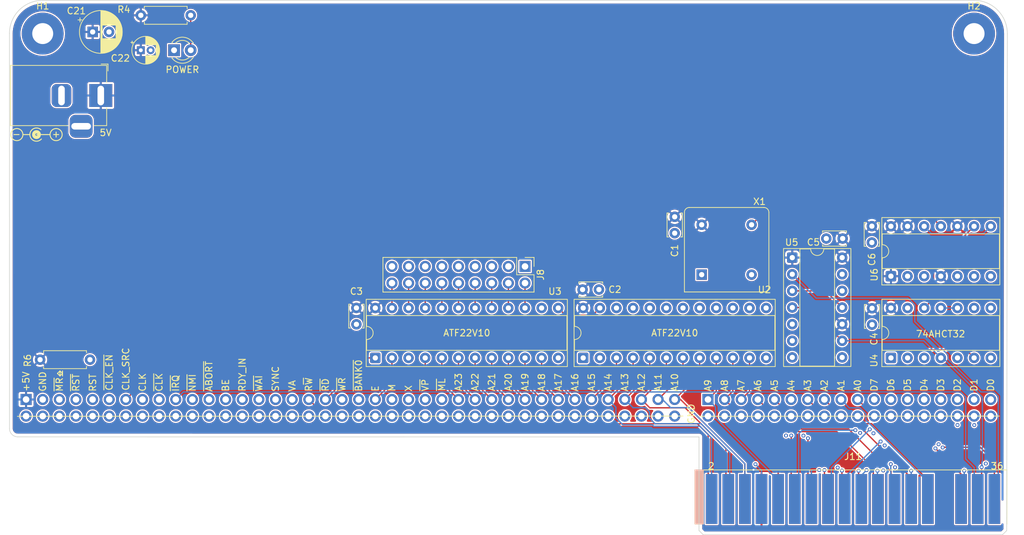
<source format=kicad_pcb>
(kicad_pcb (version 20241229) (generator "pcbnew") (generator_version "9.0")
  (title_block (title "65C816 Breakout Board") (date "2022-08-31") (rev "A.27") (comment 2 "https://github.com/adrienkohlbecker/BB816/tree/main/hardware/breakout") (comment 3 "Licensed under CERN-OHL-W v2") (comment 4 "Copyright © 2022 Adrien Kohlbecker"))
  (layers (0 "F.Cu" signal) (4 "In1.Cu" power) (6 "In2.Cu" power) (8 "In3.Cu" signal) (10 "In4.Cu" signal) (2 "B.Cu" signal) (13 "F.Paste" user) (15 "B.Paste" user) (5 "F.SilkS" user "F.Silkscreen") (7 "B.SilkS" user "B.Silkscreen") (1 "F.Mask" user) (3 "B.Mask" user) (25 "Edge.Cuts" user))
  (net 0 "")
  (net 1 "VCC")
  (net 2 "GND")
  (net 4 "Net-(D1-A)")
  (net 7 "/R~{W}")
  (net 8 "/CLK_SRC")
  (net 11 "/~{BANK0}")
  (net 12 "/~{NMI}")
  (net 17 "/E")
  (net 20 "/~{CLK_EN}")
  (net 21 "/A19")
  (net 23 "/A18")
  (net 24 "/A16")
  (net 25 "/A20")
  (net 26 "/A23")
  (net 27 "/A22")
  (net 28 "/A17")
  (net 29 "/A21")
  (net 30 "/~{RAM_6}")
  (net 31 "/A15")
  (net 32 "/A14")
  (net 33 "/A13")
  (net 34 "/A12")
  (net 35 "/A11")
  (net 36 "/A10")
  (net 37 "/A9")
  (net 38 "/A8")
  (net 39 "/A7")
  (net 40 "/A6")
  (net 41 "/A5")
  (net 42 "/A4")
  (net 43 "/A3")
  (net 44 "/A2")
  (net 45 "/A1")
  (net 46 "/A0")
  (net 47 "/D7")
  (net 48 "/D6")
  (net 49 "/D5")
  (net 50 "/D4")
  (net 51 "/D3")
  (net 52 "/D2")
  (net 53 "/D1")
  (net 54 "/D0")
  (net 55 "/~{RD}")
  (net 56 "/~{RAM_0}")
  (net 57 "/~{RAM_2}")
  (net 58 "/~{RAM_4}")
  (net 59 "/~{RAM_5}")
  (net 61 "/~{RAM_7}")
  (net 62 "/~{IRQ}")
  (net 63 "/~{VP}")
  (net 65 "/~{RAM_OE}")
  (net 66 "/~{RAM_1}")
  (net 67 "/~{RAM_3}")
  (net 68 "/~{WR}")
  (net 77 "/8MHz")
  (net 78 "Net-(U4-Pad10)")
  (net 80 "/DCLK")
  (net 81 "/~{RDYRESET}")
  (net 84 "/16MHz")
  (net 86 "/~{IOREADY}")
  (net 87 "/IOWAIT")
  (net 88 "/~{RESET}")
  (net 89 "/IO_AREA")
  (net 93 "Net-(U6B-D)")
  (footprint "Resistor_THT:R_Axial_DIN0207_L6.3mm_D2.5mm_P7.62mm_Horizontal" (layer "F.Cu") (at 30.08 120.92)
    (property "Reference" "R6")
    (property "Value" "3.3k" (hide yes))
  )
  (footprint "Resistor_THT:R_Axial_DIN0207_L6.3mm_D2.5mm_P7.62mm_Horizontal" (layer "F.Cu") (at 53.081 68.326 180)
    (property "Reference" "R4")
    (property "Value" "1k" (hide yes))
  )
  (footprint "MountingHole:MountingHole_3.2mm_M3_Pad" (layer "F.Cu") (at 30.48 71.12)
    (property "Reference" "H1")
    (property "Value" "MountingHole_Pad" (hide yes))
  )
  (footprint "Capacitor_THT:C_Disc_D3.4mm_W2.1mm_P2.50mm" (layer "F.Cu") (at 127 99.1 -90)
    (property "Reference" "C1")
    (property "Value" "100nF" (hide yes))
  )
  (footprint "Package_DIP:DIP-24_W7.62mm_Socket" (layer "F.Cu") (at 81.275 120.65 90)
    (property "Reference" "U3")
    (property "Value" "ATF22V10")
  )
  (footprint "Oscillator:Oscillator_DIP-8" (layer "F.Cu") (at 131.12 107.935)
    (property "Reference" "X1")
    (property "Value" "16MHz")
  )
  (footprint "Package_DIP:DIP-14_W7.62mm_Socket" (layer "F.Cu") (at 144.955 105.335)
    (property "Reference" "U5")
    (property "Value" "74HC74")
  )
  (footprint "Capacitor_THT:CP_Radial_D4.0mm_P1.50mm" (layer "F.Cu") (at 45.461 73.66)
    (property "Reference" "C22")
    (property "Value" "10u" (hide yes))
  )
  (footprint "PCB_Edge_Connectors:PCB_Edge_36pin" (layer "F.Cu") (at 154.23 136.485)
    (property "Reference" "J11")
    (property "Value" "Conn_02x18_Odd_Even" (hide yes))
  )
  (footprint "Package_DIP:DIP-14_W7.62mm_Socket" (layer "F.Cu") (at 160.02 108.17 90)
    (property "Reference" "U6")
    (property "Value" "74HC74")
  )
  (footprint "Capacitor_THT:C_Disc_D3.4mm_W2.1mm_P2.50mm" (layer "F.Cu") (at 112.93 110.21)
    (property "Reference" "C2")
    (property "Value" "100nF" (hide yes))
  )
  (footprint "Capacitor_THT:C_Disc_D3.4mm_W2.1mm_P2.50mm" (layer "F.Cu") (at 78.39 113.02 -90)
    (property "Reference" "C3")
    (property "Value" "100nF" (hide yes))
  )
  (footprint "Capacitor_THT:C_Disc_D3.4mm_W2.1mm_P2.50mm" (layer "F.Cu") (at 157.11 100.53 -90)
    (property "Reference" "C6")
    (property "Value" "100nF" (hide yes))
  )
  (footprint "Symbol:Symbol_Barrel_Polarity" (layer "F.Cu") (at 29.53 86.47)
    (property "Reference" "REF**" (hide yes))
    (property "Value" "Symbol_Barrel_Polarity" (hide yes))
  )
  (footprint "Capacitor_THT:C_Disc_D3.4mm_W2.1mm_P2.50mm" (layer "F.Cu") (at 152.65 102.42 180)
    (property "Reference" "C5")
    (property "Value" "100nF" (hide yes))
  )
  (footprint "LED_THT:LED_D3.0mm" (layer "F.Cu") (at 50.541 73.66)
    (property "Reference" "D1" (hide yes))
    (property "Value" "POWER")
  )
  (footprint "Capacitor_THT:CP_Radial_D6.3mm_P2.50mm" (layer "F.Cu") (at 38.111 70.866)
    (property "Reference" "C21")
    (property "Value" "220u" (hide yes))
  )
  (footprint "Connector_BarrelJack:BarrelJack_Horizontal" (layer "F.Cu") (at 39.3502 80.5765)
    (property "Reference" "J1" (hide yes))
    (property "Value" "Barrel_Jack_Switch" (hide yes))
  )
  (footprint "Capacitor_THT:C_Disc_D3.4mm_W2.1mm_P2.50mm" (layer "F.Cu") (at 157.14 113.07 -90)
    (property "Reference" "C4")
    (property "Value" "100nF" (hide yes))
  )
  (footprint "Package_DIP:DIP-24_W7.62mm_Socket" (layer "F.Cu") (at 113.025 120.65 90)
    (property "Reference" "U2")
    (property "Value" "ATF22V10")
  )
  (footprint "MountingHole:MountingHole_3.2mm_M3_Pad" (layer "F.Cu") (at 172.72 71.12)
    (property "Reference" "H2")
    (property "Value" "MountingHole_Pad")
  )
  (footprint "Connector_PinHeader_2.54mm:PinHeader_2x09_P2.54mm_Vertical" (layer "F.Cu") (at 104.14 106.68 -90)
    (property "Reference" "J8")
    (property "Value" "RAM Select")
  )
  (footprint "Package_DIP:DIP-14_W7.62mm_Socket" (layer "F.Cu") (at 160.025 120.65 90)
    (property "Reference" "U4")
    (property "Value" "74AHCT32")
  )
  (footprint "Connector_PinHeader_2.54mm:PinHeader_2x18_P2.54mm_Vertical" (layer "B.Cu") (at 132.08 127 -90)
    (property "Reference" "J3" (hide yes))
    (property "Value" "Conn_02x18_Odd_Even" (hide yes))
  )
  (footprint "Connector_PinHeader_2.54mm:PinHeader_2x40_P2.54mm_Vertical" (layer "B.Cu") (at 27.94 127 -90)
    (property "Reference" "J2" (hide yes))
    (property "Value" "Conn_02x40_Odd_Even" (hide yes))
  )
  (gr_line (start 128.27 129.54) (end 26.61 129.57) (stroke (width 0.12)) (layer "F.SilkS"))
  (gr_line (start 176.59 129.54) (end 130.75 129.57) (stroke (width 0.12)) (layer "F.SilkS"))
  (gr_line (start 30.48 66.04) (end 172.72 66.04) (stroke (width 0.1)) (layer "Edge.Cuts"))
  (gr_line (start 25.409217 131.413976) (end 25.4 71.12) (stroke (width 0.1)) (layer "Edge.Cuts"))
  (gr_arc (start 25.4 71.12) (mid 26.887898 67.527898) (end 30.48 66.04) (stroke (width 0.1)) (layer "Edge.Cuts"))
  (gr_line (start 177.07 147.65) (end 131.35 147.65) (stroke (width 0.1)) (layer "Edge.Cuts"))
  (gr_line (start 177.8 71.12) (end 177.705 147.015) (stroke (width 0.1)) (layer "Edge.Cuts"))
  (gr_line (start 177.705 147.015) (end 177.07 147.65) (stroke (width 0.1)) (layer "Edge.Cuts"))
  (gr_line (start 131.35 147.65) (end 130.715 147.015) (stroke (width 0.1)) (layer "Edge.Cuts"))
  (gr_arc (start 172.72 66.04) (mid 176.312102 67.527898) (end 177.8 71.12) (stroke (width 0.1)) (layer "Edge.Cuts"))
  (gr_line (start 130.715 147.015) (end 130.715 132.715) (stroke (width 0.1)) (layer "Edge.Cuts"))
  (gr_line (start 130.715 132.715) (end 26.679026 132.705974) (stroke (width 0.1)) (layer "Edge.Cuts"))
  (gr_arc (start 26.679026 132.705974) (mid 25.781 132.334) (end 25.409026 131.435974) (stroke (width 0.1)) (layer "Edge.Cuts"))
  (gr_text "+" (at 32.53 86.47 0) (layer "F.SilkS") (effects (font (size 1 1))))
  (gr_text "GND" (at 30.48 125.8824 90) (layer "F.SilkS") (effects (font (size 1 1)) (justify left)))
  (gr_text "~{ABORT}" (at 55.88 125.8824 90) (layer "F.SilkS") (effects (font (size 1 1)) (justify left)))
  (gr_text "D1\n" (at 172.72 125.8724 90) (layer "F.SilkS") (effects (font (size 1 1)) (justify left)))
  (gr_text "A18" (at 106.68 125.8824 90) (layer "F.SilkS") (effects (font (size 1 1)) (justify left)))
  (gr_text "~{CLK}" (at 48.26 125.8824 90) (layer "F.SilkS") (effects (font (size 1 1)) (justify left)))
  (gr_text "CLK" (at 45.72 125.8824 90) (layer "F.SilkS") (effects (font (size 1 1)) (justify left)))
  (gr_text "D7" (at 157.48 125.8724 90) (layer "F.SilkS") (effects (font (size 1 1)) (justify left)))
  (gr_text "A10" (at 127 125.8724 90) (layer "F.SilkS") (effects (font (size 1 1)) (justify left)))
  (gr_text "~{IRQ}" (at 50.8 125.8824 90) (layer "F.SilkS") (effects (font (size 1 1)) (justify left)))
  (gr_text "A8" (at 134.62 125.8724 90) (layer "F.SilkS") (effects (font (size 1 1)) (justify left)))
  (gr_text "A12" (at 121.92 125.8724 90) (layer "F.SilkS") (effects (font (size 1 1)) (justify left)))
  (gr_text "~{RST}" (at 35.56 125.8824 90) (layer "F.SilkS") (effects (font (size 1 1)) (justify left)))
  (gr_text "A20" (at 101.6 125.84 90) (layer "F.SilkS") (effects (font (size 1 1)) (justify left)))
  (gr_text "5V" (at 39.09 86.26 0) (layer "F.SilkS") (effects (font (size 1 1)) (justify left)))
  (gr_text "A23" (at 93.98 125.84 90) (layer "F.SilkS") (effects (font (size 1 1)) (justify left)))
  (gr_text "RDY_IN" (at 60.96 125.8824 90) (layer "F.SilkS") (effects (font (size 1 1)) (justify left)))
  (gr_text "~{WAI}" (at 63.5 125.8824 90) (layer "F.SilkS") (effects (font (size 1 1)) (justify left)))
  (gr_text "D4" (at 165.1 125.8724 90) (layer "F.SilkS") (effects (font (size 1 1)) (justify left)))
  (gr_text "D6" (at 160.02 125.8724 90) (layer "F.SilkS") (effects (font (size 1 1)) (justify left)))
  (gr_text "-" (at 26.482 86.47 0) (layer "F.SilkS") (effects (font (size 1 1))))
  (gr_text "A17" (at 109.22 125.8724 90) (layer "F.SilkS") (effects (font (size 1 1)) (justify left)))
  (gr_text "A6" (at 139.7 125.8724 90) (layer "F.SilkS") (effects (font (size 1 1)) (justify left)))
  (gr_text "A2" (at 149.86 125.8724 90) (layer "F.SilkS") (effects (font (size 1 1)) (justify left)))
  (gr_text "D3" (at 167.64 125.8724 90) (layer "F.SilkS") (effects (font (size 1 1)) (justify left)))
  (gr_text "A9" (at 132.08 125.8724 90) (layer "F.SilkS") (effects (font (size 1 1)) (justify left)))
  (gr_text "A11" (at 124.46 125.8724 90) (layer "F.SilkS") (effects (font (size 1 1)) (justify left)))
  (gr_text "~{RD}" (at 73.66 125.8824 90) (layer "F.SilkS") (effects (font (size 1 1)) (justify left)))
  (gr_text "D5" (at 162.56 125.8724 90) (layer "F.SilkS") (effects (font (size 1 1)) (justify left)))
  (gr_text "X" (at 86.36 125.8824 90) (layer "F.SilkS") (effects (font (size 1 1)) (justify left)))
  (gr_text "D2" (at 170.18 125.8724 90) (layer "F.SilkS") (effects (font (size 1 1)) (justify left)))
  (gr_text "A4" (at 144.78 125.8724 90) (layer "F.SilkS") (effects (font (size 1 1)) (justify left)))
  (gr_text "A15" (at 114.3 125.8724 90) (layer "F.SilkS") (effects (font (size 1 1)) (justify left)))
  (gr_text "A13" (at 119.38 125.8724 90) (layer "F.SilkS") (effects (font (size 1 1)) (justify left)))
  (gr_text "VA" (at 68.58 125.8824 90) (layer "F.SilkS") (effects (font (size 1 1)) (justify left)))
  (gr_text "A3" (at 147.32 125.8724 90) (layer "F.SilkS") (effects (font (size 1 1)) (justify left)))
  (gr_text "A16" (at 111.76 125.8724 90) (layer "F.SilkS") (effects (font (size 1 1)) (justify left)))
  (gr_text "A19" (at 104.14 125.84 90) (layer "F.SilkS") (effects (font (size 1 1)) (justify left)))
  (gr_text "~{WR}" (at 76.2 125.8824 90) (layer "F.SilkS") (effects (font (size 1 1)) (justify left)))
  (gr_text "A22" (at 96.52 125.84 90) (layer "F.SilkS") (effects (font (size 1 1)) (justify left)))
  (gr_text "R~{W}" (at 71.12 125.8824 90) (layer "F.SilkS") (effects (font (size 1 1)) (justify left)))
  (gr_text "~{VP}" (at 88.9 125.85 90) (layer "F.SilkS") (effects (font (size 1 1)) (justify left)))
  (gr_text "~{ML}" (at 91.44 125.84 90) (layer "F.SilkS") (effects (font (size 1 1)) (justify left)))
  (gr_text "D0" (at 175.26 125.8724 90) (layer "F.SilkS") (effects (font (size 1 1)) (justify left)))
  (gr_text "CLK_SRC" (at 43.18 125.73 90) (layer "F.SilkS") (effects (font (size 1 1)) (justify left)))
  (gr_text "~{BANK0}" (at 78.74 125.8824 90) (layer "F.SilkS") (effects (font (size 1 1)) (justify left)))
  (gr_text "A14" (at 116.84 125.8724 90) (layer "F.SilkS") (effects (font (size 1 1)) (justify left)))
  (gr_text "~{MR}⎒" (at 33.045 125.8824 90) (layer "F.SilkS") (effects (font (size 1 1)) (justify left)))
  (gr_text "BE" (at 58.42 125.8824 90) (layer "F.SilkS") (effects (font (size 1 1)) (justify left)))
  (gr_text "A7" (at 137.16 125.8724 90) (layer "F.SilkS") (effects (font (size 1 1)) (justify left)))
  (gr_text "A0" (at 154.94 125.8724 90) (layer "F.SilkS") (effects (font (size 1 1)) (justify left)))
  (gr_text "~{CLK_EN}" (at 40.64 125.73 90) (layer "F.SilkS") (effects (font (size 1 1)) (justify left)))
  (gr_text "RST" (at 38.125 125.8824 90) (layer "F.SilkS") (effects (font (size 1 1)) (justify left)))
  (gr_text "A1" (at 152.4 125.8724 90) (layer "F.SilkS") (effects (font (size 1 1)) (justify left)))
  (gr_text "M" (at 83.82 125.8824 90) (layer "F.SilkS") (effects (font (size 1 1)) (justify left)))
  (gr_text "E" (at 81.28 125.8824 90) (layer "F.SilkS") (effects (font (size 1 1)) (justify left)))
  (gr_text "A5" (at 142.24 125.8724 90) (layer "F.SilkS") (effects (font (size 1 1)) (justify left)))
  (gr_text "SYNC" (at 66.04 125.8824 90) (layer "F.SilkS") (effects (font (size 1 1)) (justify left)))
  (gr_text "A21" (at 99.06 125.84 90) (layer "F.SilkS") (effects (font (size 1 1)) (justify left)))
  (gr_text "+5V" (at 27.94 125.8824 90) (layer "F.SilkS") (effects (font (size 1 1)) (justify left)))
  (gr_text "GND" (at 129.54 130.81 90) (layer "F.SilkS") (effects (font (size 1 1)) (justify left)))
  (gr_text "~{NMI}" (at 53.34 125.8824 90) (layer "F.SilkS") (effects (font (size 1 1)) (justify left)))
  (via (at 139.03 137.74) (size 0.6) (drill 0.3) (layers "F.Cu" "B.Cu") (net 1))
  (via (at 170.19 130.9) (size 0.6) (drill 0.3) (layers "F.Cu" "B.Cu") (net 2))
  (via (at 160.65 137.36) (size 0.6) (drill 0.3) (layers "F.Cu" "B.Cu") (net 2))
  (via (at 143.999997 132.51) (size 0.6) (drill 0.3) (layers "F.Cu" "B.Cu") (net 2))
  (via (at 174.51 136.79) (size 0.6) (drill 0.3) (layers "F.Cu" "B.Cu") (net 2))
  (via (at 159.065645 134.02) (size 0.6) (drill 0.3) (layers "F.Cu" "B.Cu") (net 2))
  (via (at 155.32 132.1) (size 0.6) (drill 0.3) (layers "F.Cu" "B.Cu") (net 2))
  (via (at 156.3 137.794) (size 0.6) (drill 0.3) (layers "F.Cu" "B.Cu") (net 2))
  (via (at 139.33 136.89) (size 0.6) (drill 0.3) (layers "F.Cu" "B.Cu") (net 2))
  (via (at 171.22 137.889998) (size 0.6) (drill 0.3) (layers "F.Cu" "B.Cu") (net 2))
  (via (at 163.115712 137.890001) (size 0.6) (drill 0.3) (layers "F.Cu" "B.Cu") (net 2))
  (via (at 158.85 137.84) (size 0.6) (drill 0.3) (layers "F.Cu" "B.Cu") (net 2))
  (via (at 157.353543 132.16) (size 0.6) (drill 0.3) (layers "F.Cu" "B.Cu") (net 2))
  (via (at 149.069997 137.78) (size 0.6) (drill 0.3) (layers "F.Cu" "B.Cu") (net 2))
  (via (at 167.302706 133.835027) (size 0.6) (drill 0.3) (layers "F.Cu" "B.Cu") (net 2))
  (via (at 146.658651 132.520988) (size 0.6) (drill 0.3) (layers "F.Cu" "B.Cu") (net 2))
  (via (at 172.75 130.91) (size 0.6) (drill 0.3) (layers "F.Cu" "B.Cu") (net 2))
  (via (at 151.889732 137.402242) (size 0.6) (drill 0.3) (layers "F.Cu" "B.Cu") (net 2))
  (segment (start 140.26 137.83) (end 140.26 142.2) (width 0.2) (layer "B.Cu") (net 2))
  (segment (start 163.115712 137.955712) (end 163.12 137.96) (width 0.2) (layer "B.Cu") (net 2))
  (segment (start 139.33 136.9) (end 140.26 137.83) (width 0.2) (layer "B.Cu") (net 2))
  (segment (start 163.115712 137.890001) (end 163.115712 137.955712) (width 0.2) (layer "B.Cu") (net 2))
  (segment (start 171.22 137.889998) (end 171.22 141.72) (width 0.2) (layer "B.Cu") (net 2))
  (segment (start 163.12 137.96) (end 163.12 142.2) (width 0.2) (layer "B.Cu") (net 2))
  (segment (start 139.33 136.89) (end 139.33 136.9) (width 0.2) (layer "B.Cu") (net 2))
  (segment (start 155.5 138.594) (end 156.3 137.794) (width 0.2) (layer "B.Cu") (net 2))
  (segment (start 149.069997 137.78) (end 147.97 137.78) (width 0.2) (layer "B.Cu") (net 2))
  (segment (start 147.97 137.78) (end 147.88 137.87) (width 0.2) (layer "B.Cu") (net 2))
  (segment (start 147.88 137.87) (end 147.88 142.2) (width 0.2) (layer "B.Cu") (net 2))
  (segment (start 171.22 141.72) (end 170.74 142.2) (width 0.2) (layer "B.Cu") (net 2))
  (segment (start 155.5 142.2) (end 155.5 138.594) (width 0.2) (layer "B.Cu") (net 2))
  (segment (start 53.081 68.326) (end 53.081 73.66) (width 0.2) (layer "F.Cu") (net 4))
  (segment (start 132.11 141.67) (end 132.11 132.3542) (width 0.2) (layer "F.Cu") (net 7))
  (segment (start 72.271 128.151) (end 71.12 127) (width 0.2) (layer "F.Cu") (net 7))
  (segment (start 73.20224 130.71) (end 72.271 129.77876) (width 0.2) (layer "F.Cu") (net 7))
  (segment (start 130.4658 130.71) (end 73.20224 130.71) (width 0.2) (layer "F.Cu") (net 7))
  (segment (start 132.64 142.2) (end 132.11 141.67) (width 0.2) (layer "F.Cu") (net 7))
  (segment (start 132.11 132.3542) (end 130.4658 130.71) (width 0.2) (layer "F.Cu") (net 7))
  (segment (start 72.271 129.77876) (end 72.271 128.151) (width 0.2) (layer "F.Cu") (net 7))
  (segment (start 171.495 119.42) (end 50.76 119.42) (width 0.2) (layer "F.Cu") (net 8))
  (segment (start 50.76 119.42) (end 43.18 127) (width 0.2) (layer "F.Cu") (net 8))
  (segment (start 172.725 120.65) (end 171.495 119.42) (width 0.2) (layer "F.Cu") (net 8))
  (segment (start 166.814769 134.469) (end 170.74 138.394231) (width 0.2) (layer "F.Cu") (net 12))
  (segment (start 170.74 138.394231) (end 170.74 142.2) (width 0.2) (layer "F.Cu") (net 12))
  (via (at 166.814769 134.469) (size 0.6) (drill 0.3) (layers "F.Cu" "B.Cu") (net 12))
  (segment (start 83.815 120.65) (end 83.815 124.465) (width 0.2) (layer "F.Cu") (net 17))
  (segment (start 83.815 124.465) (end 81.28 127) (width 0.2) (layer "F.Cu") (net 17))
  (segment (start 99.055 121.915) (end 104.14 127) (width 0.2) (layer "F.Cu") (net 21))
  (segment (start 99.055 120.65) (end 99.055 121.915) (width 0.2) (layer "F.Cu") (net 21))
  (segment (start 101.595 120.65) (end 101.595 121.915) (width 0.2) (layer "F.Cu") (net 23))
  (segment (start 101.595 121.915) (end 106.68 127) (width 0.2) (layer "F.Cu") (net 23))
  (segment (start 106.675 121.915) (end 111.76 127) (width 0.2) (layer "F.Cu") (net 24))
  (segment (start 106.675 120.65) (end 106.675 121.915) (width 0.2) (layer "F.Cu") (net 24))
  (segment (start 96.515 120.65) (end 96.515 121.915) (width 0.2) (layer "F.Cu") (net 25))
  (segment (start 96.515 121.915) (end 101.6 127) (width 0.2) (layer "F.Cu") (net 25))
  (segment (start 88.895 120.65) (end 88.895 121.915) (width 0.2) (layer "F.Cu") (net 26))
  (segment (start 88.895 121.915) (end 93.98 127) (width 0.2) (layer "F.Cu") (net 26))
  (segment (start 91.435 120.65) (end 91.435 121.915) (width 0.2) (layer "F.Cu") (net 27))
  (segment (start 91.435 121.915) (end 96.52 127) (width 0.2) (layer "F.Cu") (net 27))
  (segment (start 104.135 121.915) (end 109.22 127) (width 0.2) (layer "F.Cu") (net 28))
  (segment (start 104.135 120.65) (end 104.135 121.915) (width 0.2) (layer "F.Cu") (net 28))
  (segment (start 93.975 121.915) (end 99.06 127) (width 0.2) (layer "F.Cu") (net 29))
  (segment (start 93.975 120.65) (end 93.975 121.915) (width 0.2) (layer "F.Cu") (net 29))
  (segment (start 88.9 113.025) (end 88.895 113.03) (width 0.2) (layer "F.Cu") (net 30))
  (segment (start 88.9 109.22) (end 88.9 113.025) (width 0.2) (layer "F.Cu") (net 30))
  (segment (start 118.105 120.65) (end 118.105 123.195) (width 0.2) (layer "F.Cu") (net 31))
  (segment (start 118.105 123.195) (end 114.3 127) (width 0.2) (layer "F.Cu") (net 31))
  (segment (start 120.645 120.65) (end 120.645 123.195) (width 0.2) (layer "F.Cu") (net 32))
  (segment (start 120.645 123.195) (end 116.84 127) (width 0.2) (layer "F.Cu") (net 32))
  (segment (start 132.64 142.2) (end 132.64 132.8842) (width 0.2) (layer "B.Cu") (net 32))
  (segment (start 123.81714 131.092) (end 123.59514 130.87) (width 0.2) (layer "B.Cu") (net 32))
  (segment (start 130.8478 131.092) (end 123.81714 131.092) (width 0.2) (layer "B.Cu") (net 32))
  (segment (start 119.08224 130.87) (end 118.02 129.80776) (width 0.2) (layer "B.Cu") (net 32))
  (segment (start 123.59514 130.87) (end 119.08224 130.87) (width 0.2) (layer "B.Cu") (net 32))
  (segment (start 118.02 128.18) (end 116.84 127) (width 0.2) (layer "B.Cu") (net 32))
  (segment (start 132.64 132.8842) (end 130.8478 131.092) (width 0.2) (layer "B.Cu") (net 32))
  (segment (start 118.02 129.80776) (end 118.02 128.18) (width 0.2) (layer "B.Cu") (net 32))
  (segment (start 123.185 120.65) (end 123.185 123.195) (width 0.2) (layer "F.Cu") (net 33))
  (segment (start 123.185 123.195) (end 119.38 127) (width 0.2) (layer "F.Cu") (net 33))
  (segment (start 135.41 135.0871) (end 131.0139 130.691) (width 0.2) (layer "B.Cu") (net 33))
  (segment (start 123.15 129.85776) (end 123.15 128.88) (width 0.2) (layer "B.Cu") (net 33))
  (segment (start 131.0139 130.691) (end 123.98324 130.691) (width 0.2) (layer "B.Cu") (net 33))
  (segment (start 135.18 142.2) (end 135.41 141.97) (width 0.2) (layer "B.Cu") (net 33))
  (segment (start 123.98324 130.691) (end 123.15 129.85776) (width 0.2) (layer "B.Cu") (net 33))
  (segment (start 122.52 128.25) (end 120.63 128.25) (width 0.2) (layer "B.Cu") (net 33))
  (segment (start 123.15 128.88) (end 122.52 128.25) (width 0.2) (layer "B.Cu") (net 33))
  (segment (start 135.41 141.97) (end 135.41 135.0871) (width 0.2) (layer "B.Cu") (net 33))
  (segment (start 120.63 128.25) (end 119.38 127) (width 0.2) (layer "B.Cu") (net 33))
  (segment (start 123.19 128.27) (end 121.92 127) (width 0.2) (layer "F.Cu") (net 34))
  (segment (start 135.18 142.2) (end 134.82 141.84) (width 0.2) (layer "F.Cu") (net 34))
  (segment (start 125.725 123.195) (end 121.92 127) (width 0.2) (layer "F.Cu") (net 34))
  (segment (start 134.82 134.4971) (end 128.5929 128.27) (width 0.2) (layer "F.Cu") (net 34))
  (segment (start 125.725 120.65) (end 125.725 123.195) (width 0.2) (layer "F.Cu") (net 34))
  (segment (start 128.5929 128.27) (end 123.19 128.27) (width 0.2) (layer "F.Cu") (net 34))
  (segment (start 134.82 141.84) (end 134.82 134.4971) (width 0.2) (layer "F.Cu") (net 34))
  (segment (start 128.265 120.65) (end 128.265 123.195) (width 0.2) (layer "F.Cu") (net 35))
  (segment (start 128.265 123.195) (end 124.46 127) (width 0.2) (layer "F.Cu") (net 35))
  (segment (start 125.13 127) (end 124.46 127) (width 0.2) (layer "B.Cu") (net 35))
  (segment (start 129.13 128.24) (end 126.37 128.24) (width 0.2) (layer "B.Cu") (net 35))
  (segment (start 137.72 136.83) (end 129.13 128.24) (width 0.2) (layer "B.Cu") (net 35))
  (segment (start 137.72 142.2) (end 137.72 136.83) (width 0.2) (layer "B.Cu") (net 35))
  (segment (start 126.37 128.24) (end 125.13 127) (width 0.2) (layer "B.Cu") (net 35))
  (segment (start 130.805 120.65) (end 130.805 123.195) (width 0.2) (layer "F.Cu") (net 36))
  (segment (start 137.72 136.83) (end 127.89 127) (width 0.2) (layer "F.Cu") (net 36))
  (segment (start 127.89 127) (end 127 127) (width 0.2) (layer "F.Cu") (net 36))
  (segment (start 137.72 142.2) (end 137.72 136.83) (width 0.2) (layer "F.Cu") (net 36))
  (segment (start 130.805 123.195) (end 127 127) (width 0.2) (layer "F.Cu") (net 36))
  (segment (start 133.345 120.65) (end 133.345 125.735) (width 0.2) (layer "F.Cu") (net 37))
  (segment (start 133.345 125.735) (end 132.08 127) (width 0.2) (layer "F.Cu") (net 37))
  (segment (start 142.8 142.2) (end 142.8 139.34776) (width 0.2) (layer "B.Cu") (net 37))
  (segment (start 142.8 139.34776) (end 133.231 129.77876) (width 0.2) (layer "B.Cu") (net 37))
  (segment (start 133.231 128.151) (end 132.08 127) (width 0.2) (layer "B.Cu") (net 37))
  (segment (start 133.231 129.77876) (end 133.231 128.151) (width 0.2) (layer "B.Cu") (net 37))
  (segment (start 142.8 136.80776) (end 135.89 129.89776) (width 0.2) (layer "F.Cu") (net 38))
  (segment (start 135.885 125.735) (end 134.62 127) (width 0.2) (layer "F.Cu") (net 38))
  (segment (start 135.89 128.27) (end 134.62 127) (width 0.2) (layer "F.Cu") (net 38))
  (segment (start 135.89 129.89776) (end 135.89 128.27) (width 0.2) (layer "F.Cu") (net 38))
  (segment (start 142.8 142.2) (end 142.8 136.80776) (width 0.2) (layer "F.Cu") (net 38))
  (segment (start 135.885 120.65) (end 135.885 125.735) (width 0.2) (layer "F.Cu") (net 38))
  (segment (start 138.425 125.735) (end 137.16 127) (width 0.2) (layer "F.Cu") (net 39))
  (segment (start 138.425 120.65) (end 138.425 125.735) (width 0.2) (layer "F.Cu") (net 39))
  (via (at 157.96 137.89) (size 0.6) (drill 0.3) (layers "F.Cu" "B.Cu") (net 39))
  (segment (start 157.96 137.89) (end 157.96 142.12) (width 0.2) (layer "B.Cu") (net 39))
  (segment (start 157.96 142.12) (end 158.04 142.2) (width 0.2) (layer "B.Cu") (net 39))
  (segment (start 142.98224 131.91) (end 151.75 131.91) (width 0.2) (layer "F.Cu") (net 40))
  (segment (start 157.34 141.5) (end 158.04 142.2) (width 0.2) (layer "F.Cu") (net 40))
  (segment (start 157.34 137.5) (end 157.34 141.5) (width 0.2) (layer "F.Cu") (net 40))
  (segment (start 141.089 128.389) (end 141.089 130.01676) (width 0.2) (layer "F.Cu") (net 40))
  (segment (start 141.089 130.01676) (end 142.98224 131.91) (width 0.2) (layer "F.Cu") (net 40))
  (segment (start 151.75 131.91) (end 157.34 137.5) (width 0.2) (layer "F.Cu") (net 40))
  (segment (start 139.7 127) (end 141.089 128.389) (width 0.2) (layer "F.Cu") (net 40))
  (segment (start 153.548058 131.500001) (end 153.548058 131.5) (width 0.2) (layer "F.Cu") (net 41))
  (segment (start 160.58 142.2) (end 160.05 141.67) (width 0.2) (layer "F.Cu") (net 41))
  (segment (start 144.99324 131.5) (end 143.391 129.89776) (width 0.2) (layer "F.Cu") (net 41))
  (segment (start 160.05 138.001943) (end 153.548058 131.500001) (width 0.2) (layer "F.Cu") (net 41))
  (segment (start 143.391 129.89776) (end 143.391 128.151) (width 0.2) (layer "F.Cu") (net 41))
  (segment (start 153.548058 131.5) (end 144.99324 131.5) (width 0.2) (layer "F.Cu") (net 41))
  (segment (start 160.05 141.67) (end 160.05 138.001943) (width 0.2) (layer "F.Cu") (net 41))
  (segment (start 143.391 128.151) (end 142.24 127) (width 0.2) (layer "F.Cu") (net 41))
  (via (at 160 136.872) (size 0.6) (drill 0.3) (layers "F.Cu" "B.Cu") (net 42))
  (segment (start 160 136.872) (end 160 141.62) (width 0.2) (layer "B.Cu") (net 42))
  (segment (start 160 141.62) (end 160.58 142.2) (width 0.2) (layer "B.Cu") (net 42))
  (segment (start 163.12 142.2) (end 163.12 138.98) (width 0.2) (layer "F.Cu") (net 43))
  (segment (start 163.12 138.98) (end 155.232 131.092) (width 0.2) (layer "F.Cu") (net 43))
  (segment (start 155.232 131.092) (end 149.54624 131.092) (width 0.2) (layer "F.Cu") (net 43))
  (segment (start 148.471 130.01676) (end 148.471 128.151) (width 0.2) (layer "F.Cu") (net 43))
  (segment (start 149.54624 131.092) (end 148.471 130.01676) (width 0.2) (layer "F.Cu") (net 43))
  (segment (start 148.471 128.151) (end 147.32 127) (width 0.2) (layer "F.Cu") (net 43))
  (segment (start 151.68324 130.66324) (end 151.15 130.13) (width 0.2) (layer "F.Cu") (net 44))
  (segment (start 151.15 128.29) (end 149.86 127) (width 0.2) (layer "F.Cu") (net 44))
  (segment (start 165.66 142.2) (end 165.66 139.28) (width 0.2) (layer "F.Cu") (net 44))
  (segment (start 151.15 130.13) (end 151.15 128.29) (width 0.2) (layer "F.Cu") (net 44))
  (segment (start 157.071 130.691) (end 151.68324 130.691) (width 0.2) (layer "F.Cu") (net 44))
  (segment (start 165.66 139.28) (end 157.071 130.691) (width 0.2) (layer "F.Cu") (net 44))
  (segment (start 165.66 142.2) (end 165.66 139.58576) (width 0.2) (layer "B.Cu") (net 45))
  (segment (start 156.2 130.12576) (end 156.2 129.17224) (width 0.2) (layer "B.Cu") (net 45))
  (segment (start 153.67 128.27) (end 152.4 127) (width 0.2) (layer "B.Cu") (net 45))
  (segment (start 165.66 139.58576) (end 156.2 130.12576) (width 0.2) (layer "B.Cu") (net 45))
  (segment (start 156.2 129.17224) (end 155.29776 128.27) (width 0.2) (layer "B.Cu") (net 45))
  (segment (start 155.29776 128.27) (end 153.67 128.27) (width 0.2) (layer "B.Cu") (net 45))
  (segment (start 156.091 128.151) (end 158.141 128.151) (width 0.2) (layer "F.Cu") (net 46))
  (segment (start 158.76 129.90776) (end 168.2 139.34776) (width 0.2) (layer "F.Cu") (net 46))
  (segment (start 168.2 139.34776) (end 168.2 142.2) (width 0.2) (layer "F.Cu") (net 46))
  (segment (start 154.94 127) (end 156.091 128.151) (width 0.2) (layer "F.Cu") (net 46))
  (segment (start 158.141 128.151) (end 158.76 128.77) (width 0.2) (layer "F.Cu") (net 46))
  (segment (start 158.76 128.77) (end 158.76 129.90776) (width 0.2) (layer "F.Cu") (net 46))
  (via (at 154.59 131.692) (size 0.6) (drill 0.3) (layers "F.Cu" "B.Cu") (net 47))
  (segment (start 145.94 141.6) (end 145.34 142.2) (width 0.2) (layer "B.Cu") (net 47))
  (segment (start 154.59 131.692) (end 146.488 131.692) (width 0.2) (layer "B.Cu") (net 47))
  (segment (start 146.488 131.692) (end 145.94 132.24) (width 0.2) (layer "B.Cu") (net 47))
  (segment (start 145.94 132.24) (end 145.94 141.6) (width 0.2) (layer "B.Cu") (net 47))
  (segment (start 144.79 141.65) (end 145.34 142.2) (width 0.2) (layer "F.Cu") (net 48))
  (segment (start 144.79 134.675) (end 144.79 141.65) (width 0.2) (layer "F.Cu") (net 48))
  (segment (start 144.8 134.665) (end 144.79 134.675) (width 0.2) (layer "F.Cu") (net 48))
  (segment (start 144.8 132.51) (end 144.8 134.665) (width 0.2) (layer "F.Cu") (net 48))
  (via (at 144.8 132.51) (size 0.6) (drill 0.3) (layers "F.Cu" "B.Cu") (net 48))
  (segment (start 147.35 141.67) (end 147.88 142.2) (width 0.2) (layer "F.Cu") (net 49))
  (segment (start 147.35 132.92353) (end 147.35 141.67) (width 0.2) (layer "F.Cu") (net 49))
  (via (at 147.35 132.92353) (size 0.6) (drill 0.3) (layers "F.Cu" "B.Cu") (net 49))
  (via (at 156.787855 131.562145) (size 0.6) (drill 0.3) (layers "F.Cu" "B.Cu") (net 50))
  (segment (start 150.93 141.69) (end 150.42 142.2) (width 0.2) (layer "B.Cu") (net 50))
  (segment (start 156.787855 131.562145) (end 150.93 137.42) (width 0.2) (layer "B.Cu") (net 50))
  (segment (start 150.93 137.42) (end 150.93 141.69) (width 0.2) (layer "B.Cu") (net 50))
  (segment (start 149.87 137.78) (end 149.87 141.65) (width 0.2) (layer "F.Cu") (net 51))
  (segment (start 149.87 141.65) (end 150.42 142.2) (width 0.2) (layer "F.Cu") (net 51))
  (via (at 149.87 137.78) (size 0.6) (drill 0.3) (layers "F.Cu" "B.Cu") (net 51))
  (via (at 158.44869 133.42) (size 0.6) (drill 0.3) (layers "F.Cu" "B.Cu") (net 52))
  (segment (start 158.384473 133.435527) (end 152.96 138.86) (width 0.2) (layer "B.Cu") (net 52))
  (segment (start 152.96 138.86) (end 152.96 142.2) (width 0.2) (layer "B.Cu") (net 52))
  (segment (start 152.539265 141.779265) (end 152.96 142.2) (width 0.2) (layer "F.Cu") (net 53))
  (segment (start 152.539265 137.869265) (end 152.539265 141.779265) (width 0.2) (layer "F.Cu") (net 53))
  (via (at 152.539265 137.869265) (size 0.6) (drill 0.3) (layers "F.Cu" "B.Cu") (net 53))
  (segment (start 155.08 137.889998) (end 155.08 141.78) (width 0.2) (layer "F.Cu") (net 54))
  (segment (start 155.08 141.78) (end 155.5 142.2) (width 0.2) (layer "F.Cu") (net 54))
  (via (at 155.08 137.889998) (size 0.6) (drill 0.3) (layers "F.Cu" "B.Cu") (net 54))
  (segment (start 81.275 120.65) (end 80.01 120.65) (width 0.2) (layer "F.Cu") (net 55))
  (segment (start 80.01 120.65) (end 73.66 127) (width 0.2) (layer "F.Cu") (net 55))
  (segment (start 104.14 109.22) (end 104.14 113.025) (width 0.2) (layer "F.Cu") (net 56))
  (segment (start 104.14 113.025) (end 104.135 113.03) (width 0.2) (layer "F.Cu") (net 56))
  (segment (start 99.06 113.025) (end 99.055 113.03) (width 0.2) (layer "F.Cu") (net 57))
  (segment (start 99.06 109.22) (end 99.06 113.025) (width 0.2) (layer "F.Cu") (net 57))
  (segment (start 93.98 109.22) (end 93.98 113.025) (width 0.2) (layer "F.Cu") (net 58))
  (segment (start 93.98 113.025) (end 93.975 113.03) (width 0.2) (layer "F.Cu") (net 58))
  (segment (start 91.44 109.22) (end 91.44 113.025) (width 0.2) (layer "F.Cu") (net 59))
  (segment (start 91.44 113.025) (end 91.435 113.03) (width 0.2) (layer "F.Cu") (net 59))
  (segment (start 86.36 113.025) (end 86.355 113.03) (width 0.2) (layer "F.Cu") (net 61))
  (segment (start 86.36 109.22) (end 86.36 113.025) (width 0.2) (layer "F.Cu") (net 61))
  (segment (start 171.44 136.09) (end 171.44 126.63224) (width 0.2) (layer "B.Cu") (net 62))
  (segment (start 173.28 142.2) (end 172.74 141.66) (width 0.2) (layer "B.Cu") (net 62))
  (segment (start 171.44 126.63224) (end 170.65676 125.849) (width 0.2) (layer "B.Cu") (net 62))
  (segment (start 51.951 125.849) (end 50.8 127) (width 0.2) (layer "B.Cu") (net 62))
  (segment (start 172.74 141.66) (end 172.74 137.39) (width 0.2) (layer "B.Cu") (net 62))
  (segment (start 172.74 137.39) (end 171.44 136.09) (width 0.2) (layer "B.Cu") (net 62))
  (segment (start 170.65676 125.849) (end 51.951 125.849) (width 0.2) (layer "B.Cu") (net 62))
  (segment (start 83.82 109.22) (end 83.82 113.025) (width 0.2) (layer "F.Cu") (net 65))
  (segment (start 83.82 113.025) (end 83.815 113.03) (width 0.2) (layer "F.Cu") (net 65))
  (segment (start 101.6 109.22) (end 101.6 113.025) (width 0.2) (layer "F.Cu") (net 66))
  (segment (start 101.6 113.025) (end 101.595 113.03) (width 0.2) (layer "F.Cu") (net 66))
  (segment (start 96.52 109.22) (end 96.52 113.025) (width 0.2) (layer "F.Cu") (net 67))
  (segment (start 96.52 113.025) (end 96.515 113.03) (width 0.2) (layer "F.Cu") (net 67))
  (segment (start 166.539 111.596) (end 165.105 113.03) (width 0.2) (layer "F.Cu") (net 77))
  (segment (start 172.72 100.55) (end 166.539 106.731) (width 0.2) (layer "F.Cu") (net 77))
  (segment (start 166.539 106.731) (end 166.539 111.596) (width 0.2) (layer "F.Cu") (net 77))
  (segment (start 167.645 113.03) (end 170.185 113.03) (width 0.2) (layer "B.Cu") (net 78))
  (segment (start 144.955 110.415) (end 150.035 110.415) (width 0.2) (layer "F.Cu") (net 80))
  (segment (start 150.035 110.415) (end 152.575 112.955) (width 0.2) (layer "F.Cu") (net 80))
  (segment (start 139.786 99.269) (end 166.359 99.269) (width 0.2) (layer "F.Cu") (net 84))
  (segment (start 166.359 99.269) (end 167.64 100.55) (width 0.2) (layer "F.Cu") (net 84))
  (segment (start 138.74 100.315) (end 139.786 99.269) (width 0.2) (layer "F.Cu") (net 84))
  (segment (start 168.746 120.83114) (end 168.746 120.19395) (width 0.2) (layer "B.Cu") (net 86))
  (segment (start 163.666 115.11395) (end 163.666 112.57395) (width 0.2) (layer "B.Cu") (net 86))
  (segment (start 173.76386 125.849) (end 168.746 120.83114) (width 0.2) (layer "B.Cu") (net 86))
  (segment (start 175.82 142.2) (end 176.411 141.609) (width 0.2) (layer "B.Cu") (net 86))
  (segment (start 168.746 120.19395) (end 163.666 115.11395) (width 0.2) (layer "B.Cu") (net 86))
  (segment (start 176.411 141.609) (end 176.411 126.52324) (width 0.2) (layer "B.Cu") (net 86))
  (segment (start 175.73676 125.849) (end 173.76386 125.849) (width 0.2) (layer "B.Cu") (net 86))
  (segment (start 162.60805 111.516) (end 148.596 111.516) (width 0.2) (layer "B.Cu") (net 86))
  (segment (start 176.411 126.52324) (end 175.73676 125.849) (width 0.2) (layer "B.Cu") (net 86))
  (segment (start 163.666 112.57395) (end 162.60805 111.516) (width 0.2) (layer "B.Cu") (net 86))
  (segment (start 148.596 111.516) (end 144.955 107.875) (width 0.2) (layer "B.Cu") (net 86))
  (segment (start 173.871 141.609) (end 173.28 142.2) (width 0.2) (layer "F.Cu") (net 87))
  (segment (start 147.495 112.955) (end 152.575 118.035) (width 0.2) (layer "F.Cu") (net 87))
  (segment (start 173.871 137.341) (end 173.871 141.609) (width 0.2) (layer "F.Cu") (net 87))
  (segment (start 144.955 112.955) (end 147.495 112.955) (width 0.2) (layer "F.Cu") (net 87))
  (via (at 173.871 137.341) (size 0.6) (drill 0.3) (layers "F.Cu" "B.Cu") (net 87))
  (segment (start 165.03 118.035) (end 152.575 118.035) (width 0.2) (layer "B.Cu") (net 87))
  (segment (start 173.99 137.119943) (end 173.909 137.038943) (width 0.2) (layer "B.Cu") (net 87))
  (segment (start 173.909 136.541057) (end 173.99 136.460057) (width 0.2) (layer "B.Cu") (net 87))
  (segment (start 173.909 137.038943) (end 173.909 136.541057) (width 0.2) (layer "B.Cu") (net 87))
  (segment (start 173.99 136.460057) (end 173.99 126.64224) (width 0.2) (layer "B.Cu") (net 87))
  (segment (start 173.99 137.222) (end 173.99 137.119943) (width 0.2) (layer "B.Cu") (net 87))
  (segment (start 173.871 137.341) (end 173.99 137.222) (width 0.2) (layer "B.Cu") (net 87))
  (segment (start 167.645 120.65) (end 165.03 118.035) (width 0.2) (layer "B.Cu") (net 87))
  (segment (start 167.99776 120.65) (end 167.645 120.65) (width 0.2) (layer "B.Cu") (net 87))
  (segment (start 173.99 126.64224) (end 167.99776 120.65) (width 0.2) (layer "B.Cu") (net 87))
  (segment (start 173.66 134.29) (end 175.82 136.45) (width 0.2) (layer "F.Cu") (net 88))
  (segment (start 167.930707 134.330707) (end 167.971414 134.29) (width 0.2) (layer "F.Cu") (net 88))
  (segment (start 167.971414 134.29) (end 173.66 134.29) (width 0.2) (layer "F.Cu") (net 88))
  (segment (start 175.82 136.45) (end 175.82 142.2) (width 0.2) (layer "F.Cu") (net 88))
  (via (at 167.930707 134.330707) (size 0.6) (drill 0.3) (layers "F.Cu" "B.Cu") (net 88))
  (segment (start 109.215 113.03) (end 110.316 114.131) (width 0.2) (layer "F.Cu") (net 89))
  (segment (start 110.316 114.131) (end 114.464 114.131) (width 0.2) (layer "F.Cu") (net 89))
  (segment (start 114.464 114.131) (end 115.565 113.03) (width 0.2) (layer "F.Cu") (net 89))
  (segment (start 175.26 100.55) (end 174.159 101.651) (width 0.2) (layer "B.Cu") (net 93))
  (segment (start 166.201 101.651) (end 165.1 100.55) (width 0.2) (layer "B.Cu") (net 93))
  (segment (start 174.159 101.651) (end 166.201 101.651) (width 0.2) (layer "B.Cu") (net 93))
  (zone (net 1) (net_name "VCC") (layers "F.Cu" "B.Cu") (connect_pads (clearance 0.2032)) (min_thickness 0.298704) (fill yes (thermal_gap 0.3048) (thermal_bridge_width 0.298704))
    (polygon (pts (xy 180.37 147.69) (xy 24.11 147.69) (xy 24.11 66.41) (xy 180.37 66.41)))
  )
)
</source>
